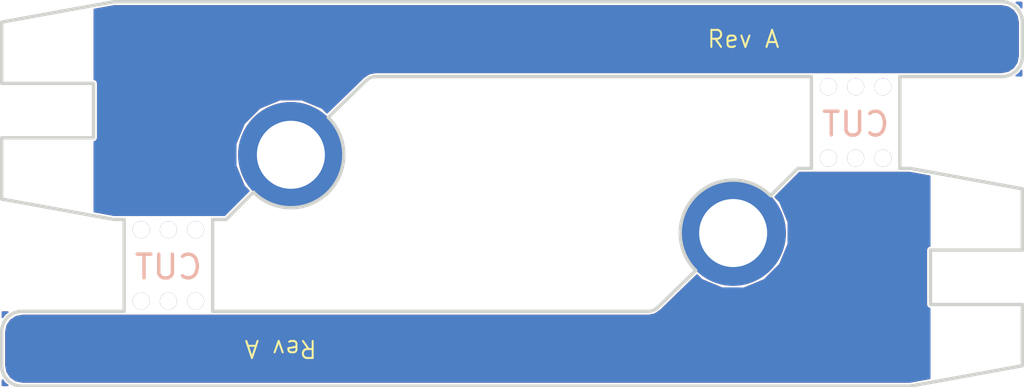
<source format=kicad_pcb>
(kicad_pcb (version 4) (host pcbnew "(2015-06-20 BZR 5796)-product")

  (general
    (links 0)
    (no_connects 0)
    (area 88.315475 96.435 136.284525 109.915)
    (thickness 1.6)
    (drawings 50)
    (tracks 0)
    (zones 0)
    (modules 14)
    (nets 1)
  )

  (page A4)
  (layers
    (0 F.Cu signal)
    (31 B.Cu signal)
    (32 B.Adhes user)
    (33 F.Adhes user)
    (34 B.Paste user)
    (35 F.Paste user)
    (36 B.SilkS user)
    (37 F.SilkS user)
    (38 B.Mask user)
    (39 F.Mask user)
    (40 Dwgs.User user)
    (41 Cmts.User user)
    (42 Eco1.User user)
    (43 Eco2.User user)
    (44 Edge.Cuts user)
    (45 Margin user)
    (46 B.CrtYd user)
    (47 F.CrtYd user)
    (48 B.Fab user)
    (49 F.Fab user)
  )

  (setup
    (last_trace_width 0.25)
    (trace_clearance 0.2)
    (zone_clearance 0.05)
    (zone_45_only no)
    (trace_min 0.2)
    (segment_width 0.2)
    (edge_width 0.1)
    (via_size 0.6)
    (via_drill 0.4)
    (via_min_size 0.4)
    (via_min_drill 0.3)
    (uvia_size 0.3)
    (uvia_drill 0.1)
    (uvias_allowed no)
    (uvia_min_size 0.2)
    (uvia_min_drill 0.1)
    (pcb_text_width 0.3)
    (pcb_text_size 1.5 1.5)
    (mod_edge_width 0.15)
    (mod_text_size 1 1)
    (mod_text_width 0.15)
    (pad_size 0.5 0.5)
    (pad_drill 0.5)
    (pad_to_mask_clearance 0)
    (aux_axis_origin 0 0)
    (visible_elements FFFFFF7F)
    (pcbplotparams
      (layerselection 0x010f0_80000001)
      (usegerberextensions false)
      (excludeedgelayer true)
      (linewidth 0.100000)
      (plotframeref false)
      (viasonmask false)
      (mode 1)
      (useauxorigin false)
      (hpglpennumber 1)
      (hpglpenspeed 20)
      (hpglpendiameter 15)
      (hpglpenoverlay 2)
      (psnegative false)
      (psa4output false)
      (plotreference true)
      (plotvalue true)
      (plotinvisibletext false)
      (padsonsilk false)
      (subtractmaskfromsilk false)
      (outputformat 1)
      (mirror false)
      (drillshape 0)
      (scaleselection 1)
      (outputdirectory ../gerbers/))
  )

  (net 0 "")

  (net_class Default "This is the default net class."
    (clearance 0.2)
    (trace_width 0.25)
    (via_dia 0.6)
    (via_drill 0.4)
    (uvia_dia 0.3)
    (uvia_drill 0.1)
  )

  (module Wire_Pads:SolderWirePad_single_2mmDrill (layer F.Cu) (tedit 55B25196) (tstamp 55BC381D)
    (at 118.8 104.4 180)
    (fp_text reference REF** (at 3.9 0.3 180) (layer F.SilkS) hide
      (effects (font (size 1 1) (thickness 0.15)))
    )
    (fp_text value SolderWirePad_single_2mmDrill (at -0.635 3.81 180) (layer F.Fab) hide
      (effects (font (size 1 1) (thickness 0.15)))
    )
    (pad 1 thru_hole circle (at 0 0 180) (size 3.1 3.1) (drill 1.99898) (layers *.Cu *.Mask)
      (clearance 0.05) (zone_connect 2))
  )

  (module Wire_Pads:SolderWirePad_single_0-8mmDrill (layer F.Cu) (tedit 55B2619D) (tstamp 55BC3819)
    (at 123.2 102.2 180)
    (fp_text reference REF** (at 0 -2.54 180) (layer F.SilkS) hide
      (effects (font (size 1 1) (thickness 0.15)))
    )
    (fp_text value SolderWirePad_single_0-8mmDrill (at 0 2.54 180) (layer F.Fab) hide
      (effects (font (size 1 1) (thickness 0.15)))
    )
    (pad 1 thru_hole circle (at 0 0 180) (size 0.5 0.5) (drill 0.5) (layers *.Cu)
      (clearance 0.1))
  )

  (module Wire_Pads:SolderWirePad_single_0-8mmDrill (layer F.Cu) (tedit 55B26194) (tstamp 55BC3815)
    (at 121.6 102.2 180)
    (fp_text reference REF** (at 0 -2.54 180) (layer F.SilkS) hide
      (effects (font (size 1 1) (thickness 0.15)))
    )
    (fp_text value SolderWirePad_single_0-8mmDrill (at 0 2.54 180) (layer F.Fab) hide
      (effects (font (size 1 1) (thickness 0.15)))
    )
    (pad 1 thru_hole circle (at 0 0 180) (size 0.5 0.5) (drill 0.5) (layers *.Cu)
      (clearance 0.1))
  )

  (module Wire_Pads:SolderWirePad_single_0-8mmDrill (layer F.Cu) (tedit 55B26199) (tstamp 55BC3811)
    (at 122.4 102.2 180)
    (fp_text reference REF** (at 0 -2.54 180) (layer F.SilkS) hide
      (effects (font (size 1 1) (thickness 0.15)))
    )
    (fp_text value SolderWirePad_single_0-8mmDrill (at 0 2.54 180) (layer F.Fab) hide
      (effects (font (size 1 1) (thickness 0.15)))
    )
    (pad 1 thru_hole circle (at 0 0 180) (size 0.5 0.5) (drill 0.5) (layers *.Cu)
      (clearance 0.1))
  )

  (module Wire_Pads:SolderWirePad_single_0-8mmDrill (layer F.Cu) (tedit 55B2618B) (tstamp 55BC380D)
    (at 122.4 100.1 180)
    (fp_text reference REF** (at 0 -2.54 180) (layer F.SilkS) hide
      (effects (font (size 1 1) (thickness 0.15)))
    )
    (fp_text value SolderWirePad_single_0-8mmDrill (at 0 2.54 180) (layer F.Fab) hide
      (effects (font (size 1 1) (thickness 0.15)))
    )
    (pad 1 thru_hole circle (at 0 0 180) (size 0.5 0.5) (drill 0.5) (layers *.Cu)
      (clearance 0.1))
  )

  (module Wire_Pads:SolderWirePad_single_0-8mmDrill (layer F.Cu) (tedit 55B26186) (tstamp 55BC3809)
    (at 121.6 100.1 180)
    (fp_text reference REF** (at 0 -2.54 180) (layer F.SilkS) hide
      (effects (font (size 1 1) (thickness 0.15)))
    )
    (fp_text value SolderWirePad_single_0-8mmDrill (at 0 2.54 180) (layer F.Fab) hide
      (effects (font (size 1 1) (thickness 0.15)))
    )
    (pad 1 thru_hole circle (at 0 0 180) (size 0.5 0.5) (drill 0.5) (layers *.Cu)
      (clearance 0.1))
  )

  (module Wire_Pads:SolderWirePad_single_0-8mmDrill (layer F.Cu) (tedit 55B26190) (tstamp 55BC3805)
    (at 123.2 100.1 180)
    (fp_text reference REF** (at 0 -2.54 180) (layer F.SilkS) hide
      (effects (font (size 1 1) (thickness 0.15)))
    )
    (fp_text value SolderWirePad_single_0-8mmDrill (at 0 2.54 180) (layer F.Fab) hide
      (effects (font (size 1 1) (thickness 0.15)))
    )
    (pad 1 thru_hole circle (at 0 0 180) (size 0.5 0.5) (drill 0.5) (layers *.Cu)
      (clearance 0.1))
  )

  (module Wire_Pads:SolderWirePad_single_0-8mmDrill (layer F.Cu) (tedit 55B26116) (tstamp 55BC36B5)
    (at 101.4 106.4)
    (fp_text reference REF** (at 0 -2.54) (layer F.SilkS) hide
      (effects (font (size 1 1) (thickness 0.15)))
    )
    (fp_text value SolderWirePad_single_0-8mmDrill (at 0 2.54) (layer F.Fab) hide
      (effects (font (size 1 1) (thickness 0.15)))
    )
    (pad 1 thru_hole circle (at 0 0) (size 0.5 0.5) (drill 0.5) (layers *.Cu)
      (clearance 0.1))
  )

  (module Wire_Pads:SolderWirePad_single_0-8mmDrill (layer F.Cu) (tedit 55B2611F) (tstamp 55BC36B1)
    (at 103 106.4)
    (fp_text reference REF** (at 0 -2.54) (layer F.SilkS) hide
      (effects (font (size 1 1) (thickness 0.15)))
    )
    (fp_text value SolderWirePad_single_0-8mmDrill (at 0 2.54) (layer F.Fab) hide
      (effects (font (size 1 1) (thickness 0.15)))
    )
    (pad 1 thru_hole circle (at 0 0) (size 0.5 0.5) (drill 0.5) (layers *.Cu)
      (clearance 0.1))
  )

  (module Wire_Pads:SolderWirePad_single_0-8mmDrill (layer F.Cu) (tedit 55B2611A) (tstamp 55BC36AD)
    (at 102.2 106.4)
    (fp_text reference REF** (at 0 -2.54) (layer F.SilkS) hide
      (effects (font (size 1 1) (thickness 0.15)))
    )
    (fp_text value SolderWirePad_single_0-8mmDrill (at 0 2.54) (layer F.Fab) hide
      (effects (font (size 1 1) (thickness 0.15)))
    )
    (pad 1 thru_hole circle (at 0 0) (size 0.5 0.5) (drill 0.5) (layers *.Cu)
      (clearance 0.1))
  )

  (module Wire_Pads:SolderWirePad_single_0-8mmDrill (layer F.Cu) (tedit 55B260FE) (tstamp 55BC36A4)
    (at 102.2 104.3)
    (fp_text reference REF** (at 0 -2.54) (layer F.SilkS) hide
      (effects (font (size 1 1) (thickness 0.15)))
    )
    (fp_text value SolderWirePad_single_0-8mmDrill (at 0 2.54) (layer F.Fab) hide
      (effects (font (size 1 1) (thickness 0.15)))
    )
    (pad 1 thru_hole circle (at 0 0) (size 0.5 0.5) (drill 0.5) (layers *.Cu)
      (clearance 0.1))
  )

  (module Wire_Pads:SolderWirePad_single_0-8mmDrill (layer F.Cu) (tedit 55B26103) (tstamp 55BC3695)
    (at 103 104.3)
    (fp_text reference REF** (at 0 -2.54) (layer F.SilkS) hide
      (effects (font (size 1 1) (thickness 0.15)))
    )
    (fp_text value SolderWirePad_single_0-8mmDrill (at 0 2.54) (layer F.Fab) hide
      (effects (font (size 1 1) (thickness 0.15)))
    )
    (pad 1 thru_hole circle (at 0 0) (size 0.5 0.5) (drill 0.5) (layers *.Cu)
      (clearance 0.1))
  )

  (module Wire_Pads:SolderWirePad_single_0-8mmDrill (layer F.Cu) (tedit 55B260EF) (tstamp 55BC365D)
    (at 101.4 104.3)
    (fp_text reference REF** (at 0 -2.54) (layer F.SilkS) hide
      (effects (font (size 1 1) (thickness 0.15)))
    )
    (fp_text value SolderWirePad_single_0-8mmDrill (at 0 2.54) (layer F.Fab) hide
      (effects (font (size 1 1) (thickness 0.15)))
    )
    (pad 1 thru_hole circle (at 0 0) (size 0.5 0.5) (drill 0.5) (layers *.Cu)
      (clearance 0.1))
  )

  (module Wire_Pads:SolderWirePad_single_2mmDrill (layer F.Cu) (tedit 55B25196) (tstamp 55B750E0)
    (at 105.8 102.1)
    (fp_text reference REF** (at 3.9 0.3) (layer F.SilkS) hide
      (effects (font (size 1 1) (thickness 0.15)))
    )
    (fp_text value SolderWirePad_single_2mmDrill (at -0.635 3.81) (layer F.Fab) hide
      (effects (font (size 1 1) (thickness 0.15)))
    )
    (pad 1 thru_hole circle (at 0 0) (size 3.1 3.1) (drill 1.99898) (layers *.Cu *.Mask)
      (clearance 0.05) (zone_connect 2))
  )

  (gr_text CUT (at 102.2 105.4) (layer B.SilkS)
    (effects (font (size 0.7 0.7) (thickness 0.1)) (justify mirror))
  )
  (gr_text CUT (at 122.4 101.2) (layer B.SilkS)
    (effects (font (size 0.7 0.7) (thickness 0.1)) (justify mirror))
  )
  (gr_text "Jonas A 2015" (at 105.5 107.8 180) (layer B.Mask)
    (effects (font (size 0.5 0.5) (thickness 0.06)) (justify mirror))
  )
  (gr_text "Rev A" (at 105.5 107.8 180) (layer F.SilkS)
    (effects (font (size 0.5 0.5) (thickness 0.06)))
  )
  (gr_text "Jonas A 2015" (at 119.1 98.7) (layer B.Mask)
    (effects (font (size 0.5 0.5) (thickness 0.06)) (justify mirror))
  )
  (gr_text "Rev A" (at 119.1 98.7) (layer F.SilkS)
    (effects (font (size 0.5 0.5) (thickness 0.06)))
  )
  (gr_line (start 121.1 99.8) (end 108.3 99.8) (angle 90) (layer Edge.Cuts) (width 0.1))
  (gr_line (start 123.7 99.8) (end 126.7 99.8) (angle 90) (layer Edge.Cuts) (width 0.1))
  (gr_line (start 121.1 102.5) (end 120.7 102.5) (angle 90) (layer Edge.Cuts) (width 0.1))
  (gr_line (start 123.7 102.5) (end 124 102.5) (angle 90) (layer Edge.Cuts) (width 0.1))
  (gr_line (start 123.7 99.8) (end 123.7 102.5) (angle 90) (layer Edge.Cuts) (width 0.1))
  (gr_line (start 121.1 102.5) (end 121.1 99.8) (angle 90) (layer Edge.Cuts) (width 0.1))
  (gr_line (start 103.5 106.7) (end 116.3 106.7) (angle 90) (layer Edge.Cuts) (width 0.1))
  (gr_line (start 97.9 106.7) (end 100.9 106.7) (angle 90) (layer Edge.Cuts) (width 0.1))
  (gr_line (start 100.9 104) (end 100.6 104) (angle 90) (layer Edge.Cuts) (width 0.1))
  (gr_line (start 103.9 104) (end 103.5 104) (angle 90) (layer Edge.Cuts) (width 0.1))
  (gr_line (start 100.9 106.7) (end 100.9 104) (angle 90) (layer Edge.Cuts) (width 0.1))
  (gr_line (start 103.5 106.7) (end 103.5 104) (angle 90) (layer Edge.Cuts) (width 0.1))
  (gr_line (start 124.6 106.5) (end 124.6 104.9) (angle 90) (layer Edge.Cuts) (width 0.1) (tstamp 55BC3832))
  (gr_line (start 124.6 104.9) (end 127.3 104.9) (angle 90) (layer Edge.Cuts) (width 0.1) (tstamp 55BC3831))
  (gr_line (start 124.6 106.5) (end 127.3 106.5) (angle 90) (layer Edge.Cuts) (width 0.1) (tstamp 55BC3830))
  (gr_line (start 127.3 104.9) (end 127.3 103.1) (angle 90) (layer Edge.Cuts) (width 0.1) (tstamp 55BC382F))
  (gr_line (start 127.3 108.3) (end 127.3 106.5) (angle 90) (layer Edge.Cuts) (width 0.1) (tstamp 55BC382E))
  (gr_line (start 127.3 108.3) (end 124 108.9) (angle 90) (layer Edge.Cuts) (width 0.1) (tstamp 55BC382D))
  (gr_line (start 116.3 108.9) (end 124 108.9) (angle 90) (layer Edge.Cuts) (width 0.1) (tstamp 55BC382C))
  (gr_line (start 127.3 103.1) (end 124 102.5) (angle 90) (layer Edge.Cuts) (width 0.1) (tstamp 55BC382B))
  (gr_arc (start 116.3 106.3) (end 116.3 106.7) (angle -45) (layer Edge.Cuts) (width 0.1) (tstamp 55BC382A))
  (gr_arc (start 97.9 108.3) (end 97.9 108.9) (angle 90) (layer Edge.Cuts) (width 0.1) (tstamp 55BC3829))
  (gr_arc (start 97.9 107.3) (end 97.3 107.3) (angle 90) (layer Edge.Cuts) (width 0.1) (tstamp 55BC3828))
  (gr_line (start 97.3 107.3) (end 97.3 108.3) (angle 90) (layer Edge.Cuts) (width 0.1) (tstamp 55BC3827))
  (gr_line (start 116.3 108.9) (end 97.9 108.9) (angle 90) (layer Edge.Cuts) (width 0.1) (tstamp 55BC3825))
  (gr_line (start 117.7 105.5) (end 116.5829 106.5829) (angle 90) (layer Edge.Cuts) (width 0.1) (tstamp 55BC3824))
  (gr_line (start 119.9 103.3) (end 120.7 102.5) (angle 90) (layer Edge.Cuts) (width 0.1) (tstamp 55BC3823))
  (gr_arc (start 118.8 104.4) (end 117.7 105.5) (angle 180) (layer Edge.Cuts) (width 0.1) (tstamp 55BC3821))
  (gr_arc (start 105.8 102.1) (end 106.9 101) (angle 180) (layer Edge.Cuts) (width 0.1))
  (gr_line (start 104.7 103.2) (end 103.9 104) (angle 90) (layer Edge.Cuts) (width 0.1))
  (gr_line (start 106.9 101) (end 108.0171 99.9171) (angle 90) (layer Edge.Cuts) (width 0.1))
  (gr_line (start 108.3 97.6) (end 126.7 97.6) (angle 90) (layer Edge.Cuts) (width 0.1))
  (gr_line (start 127.3 99.2) (end 127.3 98.2) (angle 90) (layer Edge.Cuts) (width 0.1))
  (gr_arc (start 126.7 99.2) (end 127.3 99.2) (angle 90) (layer Edge.Cuts) (width 0.1))
  (gr_arc (start 126.7 98.2) (end 126.7 97.6) (angle 90) (layer Edge.Cuts) (width 0.1))
  (gr_arc (start 108.3 100.2) (end 108.3 99.8) (angle -45) (layer Edge.Cuts) (width 0.1))
  (gr_line (start 97.3 103.4) (end 100.6 104) (angle 90) (layer Edge.Cuts) (width 0.1))
  (gr_line (start 108.3 97.6) (end 100.6 97.6) (angle 90) (layer Edge.Cuts) (width 0.1))
  (gr_line (start 97.3 98.2) (end 100.6 97.6) (angle 90) (layer Edge.Cuts) (width 0.1))
  (gr_line (start 97.3 98.2) (end 97.3 100) (angle 90) (layer Edge.Cuts) (width 0.1) (tstamp 55B2317C))
  (gr_line (start 97.3 101.6) (end 97.3 103.4) (angle 90) (layer Edge.Cuts) (width 0.1))
  (gr_line (start 100 100) (end 97.3 100) (angle 90) (layer Edge.Cuts) (width 0.1))
  (gr_line (start 100 101.6) (end 97.3 101.6) (angle 90) (layer Edge.Cuts) (width 0.1))
  (gr_line (start 100 100) (end 100 101.6) (angle 90) (layer Edge.Cuts) (width 0.1))

  (zone (net 0) (net_name "") (layer F.Cu) (tstamp 55B75149) (hatch edge 0.508)
    (connect_pads no (clearance 0.05))
    (min_thickness 0.05)
    (fill yes (arc_segments 16) (thermal_gap 0.508) (thermal_bridge_width 0.508))
    (polygon
      (pts
        (xy 97.3 98.2) (xy 97.3 100) (xy 100 100) (xy 100 101.6) (xy 97.3 101.6)
        (xy 97.3 103.4) (xy 100.6 104) (xy 103.9 104) (xy 106.9 101) (xy 108.1 99.8)
        (xy 127.3 99.8) (xy 127.3 97.6) (xy 100.6 97.6) (xy 97.3 98.2)
      )
    )
    (filled_polygon
      (pts
        (xy 108.287924 99.677402) (xy 108.275614 99.677402) (xy 108.12254 99.70785) (xy 108.122539 99.70785) (xy 108.07748 99.726514)
        (xy 107.947711 99.813223) (xy 107.939953 99.820982) (xy 107.930096 99.827348) (xy 106.86149 100.863238) (xy 106.721691 100.723195)
        (xy 106.124651 100.475282) (xy 105.478186 100.474718) (xy 104.880714 100.721588) (xy 104.423195 101.178309) (xy 104.175282 101.775349)
        (xy 104.174718 102.421814) (xy 104.421588 103.019286) (xy 104.56264 103.160584) (xy 103.848224 103.875) (xy 100.611273 103.875)
        (xy 100.025 103.768405) (xy 100.025 101.720027) (xy 100.047835 101.715485) (xy 100.088388 101.688388) (xy 100.115485 101.647835)
        (xy 100.125 101.6) (xy 100.125 100) (xy 100.115485 99.952165) (xy 100.088388 99.911612) (xy 100.047835 99.884515)
        (xy 100.025 99.879973) (xy 100.025 97.831595) (xy 100.611273 97.725) (xy 126.68769 97.725) (xy 126.880837 97.763419)
        (xy 127.034144 97.865856) (xy 127.136581 98.019163) (xy 127.175 98.21231) (xy 127.175 99.18769) (xy 127.136581 99.380837)
        (xy 127.034144 99.534144) (xy 126.880837 99.636581) (xy 126.68769 99.675) (xy 108.3 99.675) (xy 108.287924 99.677402)
      )
    )
    (filled_polygon
      (pts
        (xy 127.275 99.775) (xy 127.123666 99.775) (xy 127.193711 99.728197) (xy 127.228198 99.69371) (xy 127.275 99.623666)
        (xy 127.275 99.775)
      )
    )
    (filled_polygon
      (pts
        (xy 127.123666 97.625) (xy 127.275 97.625) (xy 127.275 97.776334) (xy 127.228198 97.70629) (xy 127.193711 97.671803)
        (xy 127.123666 97.625)
      )
    )
  )
  (zone (net 0) (net_name "") (layer F.Mask) (tstamp 55B75165) (hatch edge 0.508)
    (connect_pads no (clearance 0.05))
    (min_thickness 0.05)
    (fill yes (arc_segments 16) (thermal_gap 0.508) (thermal_bridge_width 0.508))
    (polygon
      (pts
        (xy 102.7 103.3) (xy 100 103.3) (xy 100 101.6) (xy 102.7 101.6)
      )
    )
    (filled_polygon
      (pts
        (xy 102.675 103.275) (xy 100.025 103.275) (xy 100.025 101.625) (xy 102.675 101.625) (xy 102.675 103.275)
      )
    )
  )
  (zone (net 0) (net_name "") (layer F.Mask) (tstamp 55B75167) (hatch edge 0.508)
    (connect_pads no (clearance 0.05))
    (min_thickness 0.05)
    (fill yes (arc_segments 16) (thermal_gap 0.508) (thermal_bridge_width 0.508))
    (polygon
      (pts
        (xy 102.7 100) (xy 100 100) (xy 100 98.3) (xy 102.7 98.3)
      )
    )
    (filled_polygon
      (pts
        (xy 102.675 99.975) (xy 100.025 99.975) (xy 100.025 98.325) (xy 102.675 98.325) (xy 102.675 99.975)
      )
    )
  )
  (zone (net 0) (net_name "") (layer F.Cu) (tstamp 55B751D2) (hatch edge 0.508)
    (connect_pads no (clearance 0.05))
    (min_thickness 0.05)
    (keepout (tracks allowed) (vias allowed) (copperpour not_allowed))
    (fill (arc_segments 16) (thermal_gap 0.508) (thermal_bridge_width 0.508))
    (polygon
      (pts
        (xy 97.3 98.2) (xy 97.3 100) (xy 100 100) (xy 100 97.7) (xy 97.3 98.2)
      )
    )
  )
  (zone (net 0) (net_name "") (layer F.Cu) (tstamp 55B751D4) (hatch edge 0.508)
    (connect_pads no (clearance 0.05))
    (min_thickness 0.05)
    (keepout (tracks allowed) (vias allowed) (copperpour not_allowed))
    (fill (arc_segments 16) (thermal_gap 0.508) (thermal_bridge_width 0.508))
    (polygon
      (pts
        (xy 100 103.9) (xy 97.3 103.4) (xy 97.3 101.6) (xy 100 101.6)
      )
    )
  )
  (zone (net 0) (net_name "") (layer B.Cu) (tstamp 55B75149) (hatch edge 0.508)
    (connect_pads no (clearance 0.05))
    (min_thickness 0.05)
    (fill yes (arc_segments 16) (thermal_gap 0.508) (thermal_bridge_width 0.508))
    (polygon
      (pts
        (xy 97.3 98.2) (xy 97.3 100) (xy 100 100) (xy 100 101.6) (xy 97.3 101.6)
        (xy 97.3 103.4) (xy 100.6 104) (xy 103.9 104) (xy 106.9 101) (xy 108.1 99.8)
        (xy 127.3 99.8) (xy 127.3 97.6) (xy 100.6 97.6) (xy 97.3 98.2)
      )
    )
    (filled_polygon
      (pts
        (xy 108.287924 99.677402) (xy 108.275614 99.677402) (xy 108.12254 99.70785) (xy 108.122539 99.70785) (xy 108.07748 99.726514)
        (xy 107.947711 99.813223) (xy 107.939953 99.820982) (xy 107.930096 99.827348) (xy 106.86149 100.863238) (xy 106.721691 100.723195)
        (xy 106.124651 100.475282) (xy 105.478186 100.474718) (xy 104.880714 100.721588) (xy 104.423195 101.178309) (xy 104.175282 101.775349)
        (xy 104.174718 102.421814) (xy 104.421588 103.019286) (xy 104.56264 103.160584) (xy 103.848224 103.875) (xy 100.611273 103.875)
        (xy 100.025 103.768405) (xy 100.025 101.720027) (xy 100.047835 101.715485) (xy 100.088388 101.688388) (xy 100.115485 101.647835)
        (xy 100.125 101.6) (xy 100.125 100) (xy 100.115485 99.952165) (xy 100.088388 99.911612) (xy 100.047835 99.884515)
        (xy 100.025 99.879973) (xy 100.025 97.831595) (xy 100.611273 97.725) (xy 126.68769 97.725) (xy 126.880837 97.763419)
        (xy 127.034144 97.865856) (xy 127.136581 98.019163) (xy 127.175 98.21231) (xy 127.175 99.18769) (xy 127.136581 99.380837)
        (xy 127.034144 99.534144) (xy 126.880837 99.636581) (xy 126.68769 99.675) (xy 108.3 99.675) (xy 108.287924 99.677402)
      )
    )
    (filled_polygon
      (pts
        (xy 127.275 99.775) (xy 127.123666 99.775) (xy 127.193711 99.728197) (xy 127.228198 99.69371) (xy 127.275 99.623666)
        (xy 127.275 99.775)
      )
    )
    (filled_polygon
      (pts
        (xy 127.123666 97.625) (xy 127.275 97.625) (xy 127.275 97.776334) (xy 127.228198 97.70629) (xy 127.193711 97.671803)
        (xy 127.123666 97.625)
      )
    )
  )
  (zone (net 0) (net_name "") (layer B.Mask) (tstamp 55B75167) (hatch edge 0.508)
    (connect_pads no (clearance 0.05))
    (min_thickness 0.05)
    (fill yes (arc_segments 16) (thermal_gap 0.508) (thermal_bridge_width 0.508))
    (polygon
      (pts
        (xy 102.7 100) (xy 100 100) (xy 100 98.3) (xy 102.7 98.3)
      )
    )
    (filled_polygon
      (pts
        (xy 102.675 99.975) (xy 100.025 99.975) (xy 100.025 98.325) (xy 102.675 98.325) (xy 102.675 99.975)
      )
    )
  )
  (zone (net 0) (net_name "") (layer B.Mask) (tstamp 55B75165) (hatch edge 0.508)
    (connect_pads no (clearance 0.05))
    (min_thickness 0.05)
    (fill yes (arc_segments 16) (thermal_gap 0.508) (thermal_bridge_width 0.508))
    (polygon
      (pts
        (xy 102.7 103.3) (xy 100 103.3) (xy 100 101.6) (xy 102.7 101.6)
      )
    )
    (filled_polygon
      (pts
        (xy 102.675 103.275) (xy 100.025 103.275) (xy 100.025 101.625) (xy 102.675 101.625) (xy 102.675 103.275)
      )
    )
  )
  (zone (net 0) (net_name "") (layer B.Cu) (tstamp 55B751D2) (hatch edge 0.508)
    (connect_pads no (clearance 0.05))
    (min_thickness 0.05)
    (keepout (tracks allowed) (vias allowed) (copperpour not_allowed))
    (fill (arc_segments 16) (thermal_gap 0.508) (thermal_bridge_width 0.508))
    (polygon
      (pts
        (xy 97.3 98.2) (xy 97.3 100) (xy 100 100) (xy 100 97.7) (xy 97.3 98.2)
      )
    )
  )
  (zone (net 0) (net_name "") (layer B.Cu) (tstamp 55B751D4) (hatch edge 0.508)
    (connect_pads no (clearance 0.05))
    (min_thickness 0.05)
    (keepout (tracks allowed) (vias allowed) (copperpour not_allowed))
    (fill (arc_segments 16) (thermal_gap 0.508) (thermal_bridge_width 0.508))
    (polygon
      (pts
        (xy 100 103.9) (xy 97.3 103.4) (xy 97.3 101.6) (xy 100 101.6)
      )
    )
  )
  (zone (net 0) (net_name "") (layer F.Cu) (tstamp 55BC3833) (hatch edge 0.508)
    (connect_pads no (clearance 0.05))
    (min_thickness 0.05)
    (fill yes (arc_segments 16) (thermal_gap 0.508) (thermal_bridge_width 0.508))
    (polygon
      (pts
        (xy 127.3 108.3) (xy 127.3 106.5) (xy 124.6 106.5) (xy 124.6 104.9) (xy 127.3 104.9)
        (xy 127.3 103.1) (xy 124 102.5) (xy 120.7 102.5) (xy 117.7 105.5) (xy 116.5 106.7)
        (xy 97.3 106.7) (xy 97.3 108.9) (xy 124 108.9) (xy 127.3 108.3)
      )
    )
    (filled_polygon
      (pts
        (xy 97.476334 108.875) (xy 97.325 108.875) (xy 97.325 108.723666) (xy 97.371803 108.793711) (xy 97.40629 108.828198)
        (xy 97.476334 108.875)
      )
    )
    (filled_polygon
      (pts
        (xy 97.719163 108.736581) (xy 97.565856 108.634144) (xy 97.463419 108.480837) (xy 97.425 108.28769) (xy 97.425 107.31231)
        (xy 97.463419 107.119163) (xy 97.565856 106.965856) (xy 97.719163 106.863419) (xy 97.91231 106.825) (xy 116.3 106.825)
        (xy 116.312076 106.822598) (xy 116.324386 106.822598) (xy 116.47746 106.79215) (xy 116.477461 106.79215) (xy 116.52252 106.773486)
        (xy 116.652289 106.686777) (xy 116.660047 106.679018) (xy 116.669904 106.672652) (xy 117.738509 105.636761) (xy 117.878309 105.776805)
        (xy 118.475349 106.024718) (xy 119.121814 106.025282) (xy 119.719286 105.778412) (xy 120.176805 105.321691) (xy 120.424718 104.724651)
        (xy 120.425282 104.078186) (xy 120.178412 103.480714) (xy 120.03736 103.339416) (xy 120.751776 102.625) (xy 123.988727 102.625)
        (xy 124.575 102.731595) (xy 124.575 104.779973) (xy 124.552165 104.784515) (xy 124.511612 104.811612) (xy 124.484515 104.852165)
        (xy 124.475 104.9) (xy 124.475 106.5) (xy 124.484515 106.547835) (xy 124.511612 106.588388) (xy 124.552165 106.615485)
        (xy 124.575 106.620027) (xy 124.575 108.668405) (xy 123.988727 108.775) (xy 97.91231 108.775) (xy 97.719163 108.736581)
      )
    )
    (filled_polygon
      (pts
        (xy 97.40629 106.771802) (xy 97.371803 106.806289) (xy 97.325 106.876334) (xy 97.325 106.725) (xy 97.476334 106.725)
        (xy 97.40629 106.771802)
      )
    )
  )
  (zone (net 0) (net_name "") (layer F.Mask) (tstamp 55BC3834) (hatch edge 0.508)
    (connect_pads no (clearance 0.05))
    (min_thickness 0.05)
    (fill yes (arc_segments 16) (thermal_gap 0.508) (thermal_bridge_width 0.508))
    (polygon
      (pts
        (xy 121.9 103.2) (xy 124.6 103.2) (xy 124.6 104.9) (xy 121.9 104.9)
      )
    )
    (filled_polygon
      (pts
        (xy 124.575 104.875) (xy 121.925 104.875) (xy 121.925 103.225) (xy 124.575 103.225) (xy 124.575 104.875)
      )
    )
  )
  (zone (net 0) (net_name "") (layer F.Mask) (tstamp 55BC3835) (hatch edge 0.508)
    (connect_pads no (clearance 0.05))
    (min_thickness 0.05)
    (fill yes (arc_segments 16) (thermal_gap 0.508) (thermal_bridge_width 0.508))
    (polygon
      (pts
        (xy 121.9 106.5) (xy 124.6 106.5) (xy 124.6 108.2) (xy 121.9 108.2)
      )
    )
    (filled_polygon
      (pts
        (xy 124.575 108.175) (xy 121.925 108.175) (xy 121.925 106.525) (xy 124.575 106.525) (xy 124.575 108.175)
      )
    )
  )
  (zone (net 0) (net_name "") (layer F.Cu) (tstamp 55BC3836) (hatch edge 0.508)
    (connect_pads no (clearance 0.05))
    (min_thickness 0.05)
    (keepout (tracks allowed) (vias allowed) (copperpour not_allowed))
    (fill (arc_segments 16) (thermal_gap 0.508) (thermal_bridge_width 0.508))
    (polygon
      (pts
        (xy 127.3 108.3) (xy 127.3 106.5) (xy 124.6 106.5) (xy 124.6 108.8) (xy 127.3 108.3)
      )
    )
  )
  (zone (net 0) (net_name "") (layer F.Cu) (tstamp 55BC3837) (hatch edge 0.508)
    (connect_pads no (clearance 0.05))
    (min_thickness 0.05)
    (keepout (tracks allowed) (vias allowed) (copperpour not_allowed))
    (fill (arc_segments 16) (thermal_gap 0.508) (thermal_bridge_width 0.508))
    (polygon
      (pts
        (xy 124.6 102.6) (xy 127.3 103.1) (xy 127.3 104.9) (xy 124.6 104.9)
      )
    )
  )
  (zone (net 0) (net_name "") (layer B.Cu) (tstamp 55BC3838) (hatch edge 0.508)
    (connect_pads no (clearance 0.05))
    (min_thickness 0.05)
    (fill yes (arc_segments 16) (thermal_gap 0.508) (thermal_bridge_width 0.508))
    (polygon
      (pts
        (xy 127.3 108.3) (xy 127.3 106.5) (xy 124.6 106.5) (xy 124.6 104.9) (xy 127.3 104.9)
        (xy 127.3 103.1) (xy 124 102.5) (xy 120.7 102.5) (xy 117.7 105.5) (xy 116.5 106.7)
        (xy 97.3 106.7) (xy 97.3 108.9) (xy 124 108.9) (xy 127.3 108.3)
      )
    )
    (filled_polygon
      (pts
        (xy 97.476334 108.875) (xy 97.325 108.875) (xy 97.325 108.723666) (xy 97.371803 108.793711) (xy 97.40629 108.828198)
        (xy 97.476334 108.875)
      )
    )
    (filled_polygon
      (pts
        (xy 97.719163 108.736581) (xy 97.565856 108.634144) (xy 97.463419 108.480837) (xy 97.425 108.28769) (xy 97.425 107.31231)
        (xy 97.463419 107.119163) (xy 97.565856 106.965856) (xy 97.719163 106.863419) (xy 97.91231 106.825) (xy 116.3 106.825)
        (xy 116.312076 106.822598) (xy 116.324386 106.822598) (xy 116.47746 106.79215) (xy 116.477461 106.79215) (xy 116.52252 106.773486)
        (xy 116.652289 106.686777) (xy 116.660047 106.679018) (xy 116.669904 106.672652) (xy 117.738509 105.636761) (xy 117.878309 105.776805)
        (xy 118.475349 106.024718) (xy 119.121814 106.025282) (xy 119.719286 105.778412) (xy 120.176805 105.321691) (xy 120.424718 104.724651)
        (xy 120.425282 104.078186) (xy 120.178412 103.480714) (xy 120.03736 103.339416) (xy 120.751776 102.625) (xy 123.988727 102.625)
        (xy 124.575 102.731595) (xy 124.575 104.779973) (xy 124.552165 104.784515) (xy 124.511612 104.811612) (xy 124.484515 104.852165)
        (xy 124.475 104.9) (xy 124.475 106.5) (xy 124.484515 106.547835) (xy 124.511612 106.588388) (xy 124.552165 106.615485)
        (xy 124.575 106.620027) (xy 124.575 108.668405) (xy 123.988727 108.775) (xy 97.91231 108.775) (xy 97.719163 108.736581)
      )
    )
    (filled_polygon
      (pts
        (xy 97.40629 106.771802) (xy 97.371803 106.806289) (xy 97.325 106.876334) (xy 97.325 106.725) (xy 97.476334 106.725)
        (xy 97.40629 106.771802)
      )
    )
  )
  (zone (net 0) (net_name "") (layer B.Mask) (tstamp 55BC3839) (hatch edge 0.508)
    (connect_pads no (clearance 0.05))
    (min_thickness 0.05)
    (fill yes (arc_segments 16) (thermal_gap 0.508) (thermal_bridge_width 0.508))
    (polygon
      (pts
        (xy 121.9 106.5) (xy 124.6 106.5) (xy 124.6 108.2) (xy 121.9 108.2)
      )
    )
    (filled_polygon
      (pts
        (xy 124.575 108.175) (xy 121.925 108.175) (xy 121.925 106.525) (xy 124.575 106.525) (xy 124.575 108.175)
      )
    )
  )
  (zone (net 0) (net_name "") (layer B.Mask) (tstamp 55BC383A) (hatch edge 0.508)
    (connect_pads no (clearance 0.05))
    (min_thickness 0.05)
    (fill yes (arc_segments 16) (thermal_gap 0.508) (thermal_bridge_width 0.508))
    (polygon
      (pts
        (xy 121.9 103.2) (xy 124.6 103.2) (xy 124.6 104.9) (xy 121.9 104.9)
      )
    )
    (filled_polygon
      (pts
        (xy 124.575 104.875) (xy 121.925 104.875) (xy 121.925 103.225) (xy 124.575 103.225) (xy 124.575 104.875)
      )
    )
  )
  (zone (net 0) (net_name "") (layer B.Cu) (tstamp 55BC383B) (hatch edge 0.508)
    (connect_pads no (clearance 0.05))
    (min_thickness 0.05)
    (keepout (tracks allowed) (vias allowed) (copperpour not_allowed))
    (fill (arc_segments 16) (thermal_gap 0.508) (thermal_bridge_width 0.508))
    (polygon
      (pts
        (xy 127.3 108.3) (xy 127.3 106.5) (xy 124.6 106.5) (xy 124.6 108.8) (xy 127.3 108.3)
      )
    )
  )
  (zone (net 0) (net_name "") (layer B.Cu) (tstamp 55BC383C) (hatch edge 0.508)
    (connect_pads no (clearance 0.05))
    (min_thickness 0.05)
    (keepout (tracks allowed) (vias allowed) (copperpour not_allowed))
    (fill (arc_segments 16) (thermal_gap 0.508) (thermal_bridge_width 0.508))
    (polygon
      (pts
        (xy 124.6 102.6) (xy 127.3 103.1) (xy 127.3 104.9) (xy 124.6 104.9)
      )
    )
  )
  (zone (net 0) (net_name "") (layer F.Cu) (tstamp 55BC38B1) (hatch edge 0.508)
    (connect_pads no (clearance 0.05))
    (min_thickness 0.05)
    (keepout (tracks allowed) (vias allowed) (copperpour not_allowed))
    (fill (arc_segments 16) (thermal_gap 0.508) (thermal_bridge_width 0.508))
    (polygon
      (pts
        (xy 103.5 106.8) (xy 100.9 106.8) (xy 100.9 103.9) (xy 103.5 103.9)
      )
    )
  )
  (zone (net 0) (net_name "") (layer B.Cu) (tstamp 55BC38B1) (hatch edge 0.508)
    (connect_pads no (clearance 0.05))
    (min_thickness 0.05)
    (keepout (tracks allowed) (vias allowed) (copperpour not_allowed))
    (fill (arc_segments 16) (thermal_gap 0.508) (thermal_bridge_width 0.508))
    (polygon
      (pts
        (xy 103.5 106.8) (xy 100.9 106.8) (xy 100.9 103.9) (xy 103.5 103.9)
      )
    )
  )
  (zone (net 0) (net_name "") (layer F.Cu) (tstamp 55BC3903) (hatch edge 0.508)
    (connect_pads no (clearance 0.05))
    (min_thickness 0.05)
    (keepout (tracks allowed) (vias allowed) (copperpour not_allowed))
    (fill (arc_segments 16) (thermal_gap 0.508) (thermal_bridge_width 0.508))
    (polygon
      (pts
        (xy 123.7 102.6) (xy 121.1 102.6) (xy 121.1 99.7) (xy 123.7 99.7)
      )
    )
  )
  (zone (net 0) (net_name "") (layer B.Cu) (tstamp 55BC3903) (hatch edge 0.508)
    (connect_pads no (clearance 0.05))
    (min_thickness 0.05)
    (keepout (tracks allowed) (vias allowed) (copperpour not_allowed))
    (fill (arc_segments 16) (thermal_gap 0.508) (thermal_bridge_width 0.508))
    (polygon
      (pts
        (xy 123.7 102.6) (xy 121.1 102.6) (xy 121.1 99.7) (xy 123.7 99.7)
      )
    )
  )
)

</source>
